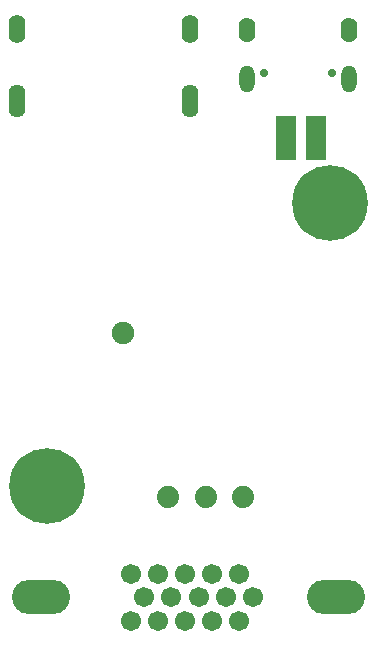
<source format=gbr>
%TF.GenerationSoftware,KiCad,Pcbnew,7.0.9-7.0.9~ubuntu22.04.1*%
%TF.CreationDate,2023-12-18T16:27:14+02:00*%
%TF.ProjectId,VGA2HDMI_Rev_C,56474132-4844-44d4-995f-5265765f432e,C*%
%TF.SameCoordinates,PX5f5e100PY7270e00*%
%TF.FileFunction,Soldermask,Bot*%
%TF.FilePolarity,Negative*%
%FSLAX46Y46*%
G04 Gerber Fmt 4.6, Leading zero omitted, Abs format (unit mm)*
G04 Created by KiCad (PCBNEW 7.0.9-7.0.9~ubuntu22.04.1) date 2023-12-18 16:27:14*
%MOMM*%
%LPD*%
G01*
G04 APERTURE LIST*
G04 Aperture macros list*
%AMRoundRect*
0 Rectangle with rounded corners*
0 $1 Rounding radius*
0 $2 $3 $4 $5 $6 $7 $8 $9 X,Y pos of 4 corners*
0 Add a 4 corners polygon primitive as box body*
4,1,4,$2,$3,$4,$5,$6,$7,$8,$9,$2,$3,0*
0 Add four circle primitives for the rounded corners*
1,1,$1+$1,$2,$3*
1,1,$1+$1,$4,$5*
1,1,$1+$1,$6,$7*
1,1,$1+$1,$8,$9*
0 Add four rect primitives between the rounded corners*
20,1,$1+$1,$2,$3,$4,$5,0*
20,1,$1+$1,$4,$5,$6,$7,0*
20,1,$1+$1,$6,$7,$8,$9,0*
20,1,$1+$1,$8,$9,$2,$3,0*%
G04 Aperture macros list end*
%ADD10O,1.401600X2.401600*%
%ADD11O,1.401600X2.801600*%
%ADD12C,0.701600*%
%ADD13O,1.301600X2.301600*%
%ADD14O,1.401600X2.101600*%
%ADD15C,1.879600*%
%ADD16C,1.301600*%
%ADD17C,6.401600*%
%ADD18C,1.901600*%
%ADD19C,1.701600*%
%ADD20O,4.901600X2.901600*%
%ADD21RoundRect,0.050800X0.825500X1.841500X-0.825500X1.841500X-0.825500X-1.841500X0.825500X-1.841500X0*%
G04 APERTURE END LIST*
D10*
X1000000Y53200000D03*
D11*
X1000000Y47150000D03*
D10*
X15600000Y53200000D03*
D11*
X15600000Y47150000D03*
D12*
X21910000Y49470000D03*
X27690000Y49470000D03*
D13*
X20480000Y48970000D03*
X29120000Y48970000D03*
D14*
X20480000Y53150000D03*
X29120000Y53150000D03*
D15*
X16967000Y13574000D03*
D16*
X1087000Y14500000D03*
X1849000Y16151000D03*
X1849000Y12722000D03*
X3500000Y16913000D03*
D17*
X3500000Y14500000D03*
D16*
X3500000Y12087000D03*
X5151000Y16151000D03*
X5151000Y12849000D03*
X5913000Y14500000D03*
D15*
X20142000Y13574000D03*
D18*
X9950000Y27500000D03*
D15*
X13792000Y13574000D03*
D19*
X19780000Y7090000D03*
X17490000Y7090000D03*
X15200000Y7090000D03*
X12910000Y7090000D03*
X10620000Y7090000D03*
X20925000Y5110000D03*
X18635000Y5110000D03*
X16345000Y5110000D03*
X14055000Y5110000D03*
X11765000Y5110000D03*
X19780000Y3130000D03*
X17490000Y3130000D03*
X15200000Y3130000D03*
X12910000Y3130000D03*
X10620000Y3130000D03*
D20*
X3005000Y5110000D03*
X27995000Y5110000D03*
D16*
X25087000Y38500000D03*
X25849000Y40151000D03*
X25849000Y36722000D03*
X27500000Y40913000D03*
D17*
X27500000Y38500000D03*
D16*
X27500000Y36087000D03*
X29151000Y40151000D03*
X29151000Y36849000D03*
X29913000Y38500000D03*
D21*
X26270000Y44000000D03*
X23730000Y44000000D03*
M02*

</source>
